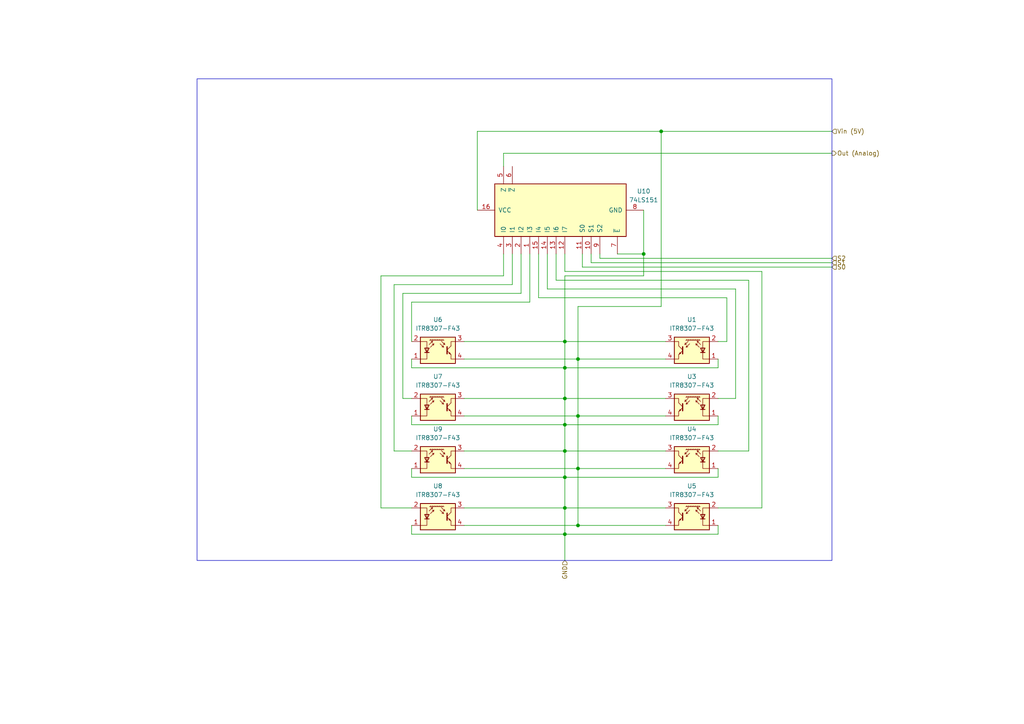
<source format=kicad_sch>
(kicad_sch (version 20231120) (generator "eeschema") (generator_version "8.0")
  (paper "A4")
  (lib_symbols
    (symbol "74xx:74LS151" (pin_names (offset 1.016))
      (property "Reference" "U" (at -7.62 19.05 0))
      (property "Value" "74LS151" (at -7.62 -21.59 0))
      (symbol "74LS151_1_0"
        (pin input line (at -12.7 7.62 0) (length 5.08) (name "I3") (number "1"))
        (pin input line (at -12.7 -10.16 0) (length 5.08) (name "S1") (number "10"))
        (pin input line (at -12.7 -7.62 0) (length 5.08) (name "S0") (number "11"))
        (pin input line (at -12.7 -2.54 0) (length 5.08) (name "I7") (number "12"))
        (pin input line (at -12.7 0 0) (length 5.08) (name "I6") (number "13"))
        (pin input line (at -12.7 2.54 0) (length 5.08) (name "I5") (number "14"))
        (pin input line (at -12.7 5.08 0) (length 5.08) (name "I4") (number "15"))
        (pin power_in line (at 0 22.86 270) (length 5.08) (name "VCC") (number "16"))
        (pin input line (at -12.7 10.16 0) (length 5.08) (name "I2") (number "2"))
        (pin input line (at -12.7 12.7 0) (length 5.08) (name "I1") (number "3"))
        (pin input line (at -12.7 15.24 0) (length 5.08) (name "I0") (number "4"))
        (pin output line (at 12.7 15.24 180) (length 5.08) (name "Z") (number "5"))
        (pin output line (at 12.7 12.7 180) (length 5.08) (name "~{Z}") (number "6"))
        (pin input line (at -12.7 -17.78 0) (length 5.08) (name "~{E}") (number "7"))
        (pin power_in line (at 0 -25.4 90) (length 5.08) (name "GND") (number "8"))
        (pin input line (at -12.7 -12.7 0) (length 5.08) (name "S2") (number "9"))
      )
      (symbol "74LS151_1_1"
        (rectangle (start -7.62 17.78) (end 7.62 -20.32) (stroke (width 0.254)) (fill (type background)))
      )
    )
    (symbol "Sensor_Proximity:ITR8307-F43" (pin_names (offset 0.0254) hide)
      (property "Reference" "U" (at -3.81 5.08 0))
      (property "Value" "ITR8307-F43" (at 12.7 5.08 0))
      (symbol "ITR8307-F43_0_1"
        (polyline (pts (xy -3.81 -0.635) (xy -2.54 -0.635)) (stroke (width 0.254)))
        (polyline (pts (xy -2.286 2.921) (xy -2.032 3.175)))
        (polyline (pts (xy -1.778 2.921) (xy -1.524 3.175)))
        (polyline (pts (xy -1.524 2.667) (xy -1.651 2.159)))
        (polyline (pts (xy -1.27 2.921) (xy -1.016 3.175)))
        (polyline (pts (xy -1.143 1.905) (xy -1.27 1.397)))
        (polyline (pts (xy -0.762 2.921) (xy -0.508 3.175)))
        (polyline (pts (xy -0.254 2.921) (xy 0 3.175)))
        (polyline (pts (xy 0.254 2.921) (xy 0.508 3.175)))
        (polyline (pts (xy 0.762 2.921) (xy 1.016 3.175)))
        (polyline (pts (xy 1.27 2.921) (xy 1.524 3.175)))
        (polyline (pts (xy 1.651 0.889) (xy 1.143 1.016)))
        (polyline (pts (xy 1.778 2.921) (xy -2.413 2.921)))
        (polyline (pts (xy 2.032 1.651) (xy 1.524 1.778)))
        (polyline (pts (xy 2.667 -0.127) (xy 3.81 -1.27)))
        (polyline (pts (xy 2.667 0.127) (xy 3.81 1.27)))
        (polyline (pts (xy -2.54 1.651) (xy -1.524 2.667) (xy -2.032 2.54)))
        (polyline (pts (xy -2.159 0.889) (xy -1.143 1.905) (xy -1.651 1.778)))
        (polyline (pts (xy 0.635 1.905) (xy 1.651 0.889) (xy 1.524 1.397)))
        (polyline (pts (xy 1.016 2.667) (xy 2.032 1.651) (xy 1.905 2.159)))
        (polyline (pts (xy 2.667 1.016) (xy 2.667 -1.016) (xy 2.667 -1.016)) (stroke (width 0.3556)))
        (polyline (pts (xy 3.81 -1.27) (xy 3.81 -2.54) (xy 5.08 -2.54)))
        (polyline (pts (xy 3.81 1.27) (xy 3.81 2.54) (xy 5.08 2.54)))
        (polyline (pts (xy -5.08 -2.54) (xy -3.175 -2.54) (xy -3.175 2.54) (xy -5.08 2.54)))
        (polyline (pts (xy -3.175 -0.635) (xy -3.81 0.635) (xy -2.54 0.635) (xy -3.175 -0.635)) (stroke (width 0.254)))
        (polyline (pts (xy 3.683 -1.143) (xy 3.429 -0.635) (xy 3.175 -0.889) (xy 3.683 -1.143)))
        (polyline (pts (xy -5.08 -3.81) (xy 5.08 -3.81) (xy 5.08 3.81) (xy -5.08 3.81) (xy -5.08 -3.81)) (stroke (width 0.254)) (fill (type background)))
      )
      (symbol "ITR8307-F43_1_1"
        (pin passive line (at -7.62 -2.54 0) (length 2.54) (name "K") (number "1"))
        (pin passive line (at -7.62 2.54 0) (length 2.54) (name "A") (number "2"))
        (pin open_collector line (at 7.62 2.54 180) (length 2.54) (name "C") (number "3"))
        (pin open_emitter line (at 7.62 -2.54 180) (length 2.54) (name "E") (number "4"))
      )
    )
  )
  (junction (at 163.83 99.06))
  (junction (at 167.64 135.89))
  (junction (at 186.69 73.66))
  (junction (at 167.64 104.14))
  (junction (at 191.77 38.1))
  (junction (at 163.83 147.32))
  (junction (at 167.64 152.4))
  (junction (at 163.83 123.19))
  (junction (at 163.83 130.81))
  (junction (at 163.83 138.43))
  (junction (at 163.83 106.68))
  (junction (at 163.83 115.57))
  (junction (at 163.83 154.94))
  (junction (at 167.64 120.65))
  (wire (pts (xy 116.84 115.57) (xy 116.84 85.09)))
  (wire (pts (xy 163.83 154.94) (xy 163.83 162.56)))
  (wire (pts (xy 119.38 123.19) (xy 163.83 123.19)))
  (wire (pts (xy 208.28 106.68) (xy 208.28 104.14)))
  (wire (pts (xy 208.28 130.81) (xy 217.17 130.81)))
  (wire (pts (xy 179.07 73.66) (xy 186.69 73.66)))
  (wire (pts (xy 193.04 130.81) (xy 163.83 130.81)))
  (wire (pts (xy 186.69 80.01) (xy 163.83 80.01)))
  (wire (pts (xy 163.83 106.68) (xy 163.83 115.57)))
  (wire (pts (xy 163.83 80.01) (xy 163.83 99.06)))
  (wire (pts (xy 134.62 120.65) (xy 167.64 120.65)))
  (wire (pts (xy 163.83 123.19) (xy 163.83 130.81)))
  (wire (pts (xy 110.49 80.01) (xy 146.05 80.01)))
  (wire (pts (xy 208.28 147.32) (xy 220.98 147.32)))
  (wire (pts (xy 208.28 138.43) (xy 163.83 138.43)))
  (wire (pts (xy 191.77 88.9) (xy 167.64 88.9)))
  (wire (pts (xy 208.28 152.4) (xy 208.28 154.94)))
  (wire (pts (xy 167.64 120.65) (xy 167.64 135.89)))
  (wire (pts (xy 119.38 99.06) (xy 119.38 87.63)))
  (wire (pts (xy 156.21 86.36) (xy 156.21 73.66)))
  (wire (pts (xy 191.77 38.1) (xy 138.43 38.1)))
  (wire (pts (xy 158.75 83.82) (xy 158.75 73.66)))
  (wire (pts (xy 163.83 78.74) (xy 163.83 73.66)))
  (wire (pts (xy 119.38 147.32) (xy 110.49 147.32)))
  (wire (pts (xy 153.67 87.63) (xy 153.67 73.66)))
  (wire (pts (xy 167.64 135.89) (xy 193.04 135.89)))
  (wire (pts (xy 217.17 130.81) (xy 217.17 81.28)))
  (wire (pts (xy 167.64 104.14) (xy 193.04 104.14)))
  (wire (pts (xy 208.28 99.06) (xy 210.82 99.06)))
  (wire (pts (xy 116.84 85.09) (xy 151.13 85.09)))
  (wire (pts (xy 213.36 115.57) (xy 213.36 83.82)))
  (wire (pts (xy 119.38 138.43) (xy 163.83 138.43)))
  (wire (pts (xy 114.3 82.55) (xy 114.3 130.81)))
  (wire (pts (xy 134.62 147.32) (xy 163.83 147.32)))
  (wire (pts (xy 146.05 44.45) (xy 241.3 44.45)))
  (wire (pts (xy 210.82 99.06) (xy 210.82 86.36)))
  (wire (pts (xy 171.45 76.2) (xy 171.45 73.66)))
  (wire (pts (xy 168.91 77.47) (xy 241.3 77.47)))
  (wire (pts (xy 173.99 73.66) (xy 173.99 74.93)))
  (wire (pts (xy 167.64 152.4) (xy 193.04 152.4)))
  (wire (pts (xy 208.28 135.89) (xy 208.28 138.43)))
  (wire (pts (xy 210.82 86.36) (xy 156.21 86.36)))
  (wire (pts (xy 163.83 99.06) (xy 163.83 106.68)))
  (wire (pts (xy 148.59 82.55) (xy 114.3 82.55)))
  (wire (pts (xy 167.64 135.89) (xy 167.64 152.4)))
  (wire (pts (xy 119.38 152.4) (xy 119.38 154.94)))
  (wire (pts (xy 208.28 123.19) (xy 163.83 123.19)))
  (wire (pts (xy 134.62 135.89) (xy 167.64 135.89)))
  (wire (pts (xy 151.13 73.66) (xy 151.13 85.09)))
  (wire (pts (xy 167.64 120.65) (xy 193.04 120.65)))
  (wire (pts (xy 119.38 115.57) (xy 116.84 115.57)))
  (wire (pts (xy 134.62 130.81) (xy 163.83 130.81)))
  (wire (pts (xy 213.36 83.82) (xy 158.75 83.82)))
  (wire (pts (xy 119.38 154.94) (xy 163.83 154.94)))
  (wire (pts (xy 163.83 130.81) (xy 163.83 138.43)))
  (wire (pts (xy 119.38 135.89) (xy 119.38 138.43)))
  (wire (pts (xy 134.62 115.57) (xy 163.83 115.57)))
  (wire (pts (xy 110.49 147.32) (xy 110.49 80.01)))
  (wire (pts (xy 220.98 78.74) (xy 163.83 78.74)))
  (wire (pts (xy 208.28 106.68) (xy 163.83 106.68)))
  (wire (pts (xy 168.91 73.66) (xy 168.91 77.47)))
  (wire (pts (xy 138.43 38.1) (xy 138.43 60.96)))
  (wire (pts (xy 217.17 81.28) (xy 161.29 81.28)))
  (wire (pts (xy 134.62 104.14) (xy 167.64 104.14)))
  (wire (pts (xy 163.83 115.57) (xy 163.83 123.19)))
  (wire (pts (xy 208.28 115.57) (xy 213.36 115.57)))
  (wire (pts (xy 241.3 38.1) (xy 191.77 38.1)))
  (wire (pts (xy 193.04 99.06) (xy 163.83 99.06)))
  (wire (pts (xy 193.04 115.57) (xy 163.83 115.57)))
  (wire (pts (xy 171.45 76.2) (xy 241.3 76.2)))
  (wire (pts (xy 163.83 138.43) (xy 163.83 147.32)))
  (wire (pts (xy 220.98 147.32) (xy 220.98 78.74)))
  (wire (pts (xy 119.38 106.68) (xy 163.83 106.68)))
  (wire (pts (xy 119.38 87.63) (xy 153.67 87.63)))
  (wire (pts (xy 119.38 120.65) (xy 119.38 123.19)))
  (wire (pts (xy 148.59 73.66) (xy 148.59 82.55)))
  (wire (pts (xy 146.05 80.01) (xy 146.05 73.66)))
  (wire (pts (xy 167.64 88.9) (xy 167.64 104.14)))
  (wire (pts (xy 186.69 60.96) (xy 186.69 73.66)))
  (wire (pts (xy 161.29 81.28) (xy 161.29 73.66)))
  (wire (pts (xy 208.28 154.94) (xy 163.83 154.94)))
  (wire (pts (xy 191.77 38.1) (xy 191.77 88.9)))
  (wire (pts (xy 208.28 120.65) (xy 208.28 123.19)))
  (wire (pts (xy 163.83 147.32) (xy 163.83 154.94)))
  (wire (pts (xy 114.3 130.81) (xy 119.38 130.81)))
  (wire (pts (xy 193.04 147.32) (xy 163.83 147.32)))
  (wire (pts (xy 167.64 104.14) (xy 167.64 120.65)))
  (wire (pts (xy 186.69 73.66) (xy 186.69 80.01)))
  (wire (pts (xy 173.99 74.93) (xy 241.3 74.93)))
  (wire (pts (xy 119.38 106.68) (xy 119.38 104.14)))
  (wire (pts (xy 134.62 99.06) (xy 163.83 99.06)))
  (wire (pts (xy 134.62 152.4) (xy 167.64 152.4)))
  (wire (pts (xy 146.05 48.26) (xy 146.05 44.45)))
  (rectangle (start 57.15 22.86) (end 241.3 162.56))
  (hierarchical_label "Out (Analog)" (shape output) (at 241.3 44.45 0))
  (hierarchical_label "S0" (shape input) (at 241.3 77.47 0))
  (hierarchical_label "S2" (shape input) (at 241.3 74.93 0))
  (hierarchical_label "Vin (5V)" (shape input) (at 241.3 38.1 0))
  (hierarchical_label "GND" (shape input) (at 163.83 162.56 270))
  (hierarchical_label "S1" (shape input) (at 241.3 76.2 0))
  (symbol (lib_id "Sensor_Proximity:ITR8307-F43") (at 200.66 118.11 0) (mirror y) (unit 1)
    (property "Reference" "U3" (at 200.66 109.22 0))
    (property "Value" "ITR8307-F43" (at 200.66 111.76 0))
    (property "Footprint" "OptoDevice:Everlight_ITR8307F43" (effects (hide yes)))
    (property "Datasheet" "https://everlighteurope.com/index.php?controller=attachment&id_attachment=5385" (effects (hide yes)))
    (property "Description" "Subminiature Reflective Optical Sensor, DIP-like THT-package" (effects (hide yes)))
  )
  (symbol (lib_id "Sensor_Proximity:ITR8307-F43") (at 200.66 133.35 0) (mirror y) (unit 1)
    (property "Reference" "U4" (at 200.66 124.46 0))
    (property "Value" "ITR8307-F43" (at 200.66 127 0))
    (property "Footprint" "OptoDevice:Everlight_ITR8307F43" (effects (hide yes)))
    (property "Datasheet" "https://everlighteurope.com/index.php?controller=attachment&id_attachment=5385" (effects (hide yes)))
    (property "Description" "Subminiature Reflective Optical Sensor, DIP-like THT-package" (effects (hide yes)))
  )
  (symbol (lib_id "Sensor_Proximity:ITR8307-F43") (at 200.66 101.6 0) (mirror y) (unit 1)
    (property "Reference" "U1" (at 200.66 92.71 0))
    (property "Value" "ITR8307-F43" (at 200.66 95.25 0))
    (property "Footprint" "OptoDevice:Everlight_ITR8307F43" (effects (hide yes)))
    (property "Datasheet" "https://everlighteurope.com/index.php?controller=attachment&id_attachment=5385" (effects (hide yes)))
    (property "Description" "Subminiature Reflective Optical Sensor, DIP-like THT-package" (effects (hide yes)))
  )
  (symbol (lib_id "74xx:74LS151") (at 161.29 60.96 90) (unit 1)
    (property "Reference" "U10" (at 186.69 55.4638 90))
    (property "Value" "74LS151" (at 186.69 58.0038 90))
    (property "Datasheet" "http://www.ti.com/lit/gpn/sn74LS151" (effects (hide yes)))
    (property "Description" "Multiplexer 8 to 1" (effects (hide yes)))
  )
  (symbol (lib_id "Sensor_Proximity:ITR8307-F43") (at 127 149.86 0) (unit 1)
    (property "Reference" "U8" (at 127 140.97 0))
    (property "Value" "ITR8307-F43" (at 127 143.51 0))
    (property "Footprint" "OptoDevice:Everlight_ITR8307F43" (effects (hide yes)))
    (property "Datasheet" "https://everlighteurope.com/index.php?controller=attachment&id_attachment=5385" (effects (hide yes)))
    (property "Description" "Subminiature Reflective Optical Sensor, DIP-like THT-package" (effects (hide yes)))
  )
  (symbol (lib_id "Sensor_Proximity:ITR8307-F43") (at 127 133.35 0) (unit 1)
    (property "Reference" "U9" (at 127 124.46 0))
    (property "Value" "ITR8307-F43" (at 127 127 0))
    (property "Footprint" "OptoDevice:Everlight_ITR8307F43" (effects (hide yes)))
    (property "Datasheet" "https://everlighteurope.com/index.php?controller=attachment&id_attachment=5385" (effects (hide yes)))
    (property "Description" "Subminiature Reflective Optical Sensor, DIP-like THT-package" (effects (hide yes)))
  )
  (symbol (lib_id "Sensor_Proximity:ITR8307-F43") (at 127 118.11 0) (unit 1)
    (property "Reference" "U7" (at 127 109.22 0))
    (property "Value" "ITR8307-F43" (at 127 111.76 0))
    (property "Footprint" "OptoDevice:Everlight_ITR8307F43" (effects (hide yes)))
    (property "Datasheet" "https://everlighteurope.com/index.php?controller=attachment&id_attachment=5385" (effects (hide yes)))
    (property "Description" "Subminiature Reflective Optical Sensor, DIP-like THT-package" (effects (hide yes)))
  )
  (symbol (lib_id "Sensor_Proximity:ITR8307-F43") (at 200.66 149.86 0) (mirror y) (unit 1)
    (property "Reference" "U5" (at 200.66 140.97 0))
    (property "Value" "ITR8307-F43" (at 200.66 143.51 0))
    (property "Footprint" "OptoDevice:Everlight_ITR8307F43" (effects (hide yes)))
    (property "Datasheet" "https://everlighteurope.com/index.php?controller=attachment&id_attachment=5385" (effects (hide yes)))
    (property "Description" "Subminiature Reflective Optical Sensor, DIP-like THT-package" (effects (hide yes)))
  )
  (symbol (lib_id "Sensor_Proximity:ITR8307-F43") (at 127 101.6 0) (unit 1)
    (property "Reference" "U6" (at 127 92.71 0))
    (property "Value" "ITR8307-F43" (at 127 95.25 0))
    (property "Footprint" "OptoDevice:Everlight_ITR8307F43" (effects (hide yes)))
    (property "Datasheet" "https://everlighteurope.com/index.php?controller=attachment&id_attachment=5385" (effects (hide yes)))
    (property "Description" "Subminiature Reflective Optical Sensor, DIP-like THT-package" (effects (hide yes)))
  )
)
</source>
